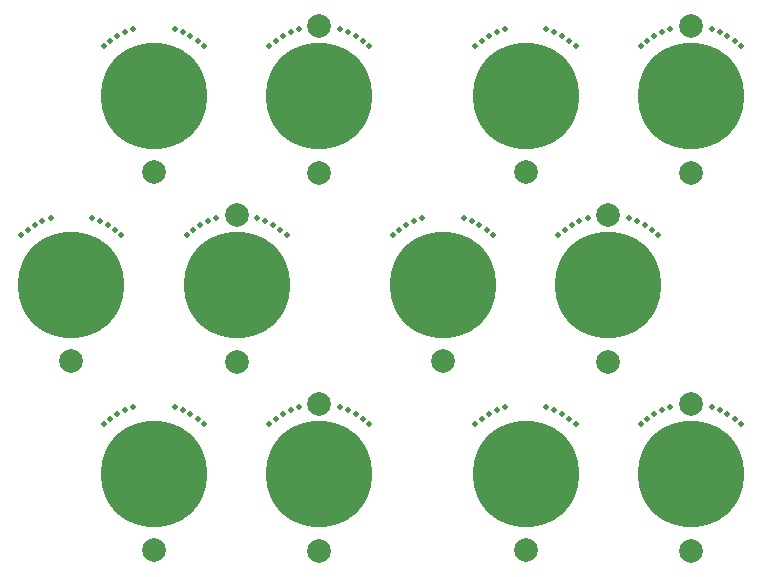
<source format=gbr>
%TF.GenerationSoftware,KiCad,Pcbnew,9.0.2*%
%TF.CreationDate,2025-08-05T01:23:02+01:00*%
%TF.ProjectId,led_jewellery,6c65645f-6a65-4776-956c-6c6572792e6b,rev?*%
%TF.SameCoordinates,Original*%
%TF.FileFunction,Soldermask,Bot*%
%TF.FilePolarity,Negative*%
%FSLAX46Y46*%
G04 Gerber Fmt 4.6, Leading zero omitted, Abs format (unit mm)*
G04 Created by KiCad (PCBNEW 9.0.2) date 2025-08-05 01:23:02*
%MOMM*%
%LPD*%
G01*
G04 APERTURE LIST*
%ADD10C,0.500000*%
%ADD11C,9.000000*%
%ADD12C,2.000000*%
G04 APERTURE END LIST*
D10*
%TO.C,REF\u002A\u002A*%
X125907568Y-76755458D03*
X126557375Y-76417190D03*
X125303828Y-77170397D03*
X127243565Y-76160634D03*
X124755157Y-77655821D03*
%TD*%
%TO.C,REF\u002A\u002A*%
X100624461Y-76755488D03*
X101228200Y-77170426D03*
X99974653Y-76417219D03*
X101776872Y-77655850D03*
X99288463Y-76160664D03*
%TD*%
%TO.C,REF\u002A\u002A*%
X146088025Y-76755459D03*
X146691764Y-77170397D03*
X145438217Y-76417190D03*
X147240436Y-77655821D03*
X144752027Y-76160635D03*
%TD*%
%TO.C,REF\u002A\u002A*%
X132907188Y-92755761D03*
X133556995Y-92417493D03*
X132303448Y-93170700D03*
X134243185Y-92160937D03*
X131754777Y-93656124D03*
%TD*%
%TO.C,REF\u002A\u002A*%
X107624419Y-92755829D03*
X108228158Y-93170767D03*
X106974611Y-92417560D03*
X108776830Y-93656191D03*
X106288421Y-92161005D03*
%TD*%
%TO.C,REF\u002A\u002A*%
X139907230Y-108755420D03*
X140557037Y-108417152D03*
X139303490Y-109170359D03*
X141243227Y-108160596D03*
X138754819Y-109655783D03*
%TD*%
%TO.C,REF\u002A\u002A*%
X114624461Y-76755488D03*
X115228200Y-77170426D03*
X113974653Y-76417219D03*
X115776872Y-77655850D03*
X113288463Y-76160664D03*
%TD*%
%TO.C,REF\u002A\u002A*%
X125087983Y-92755800D03*
X125691722Y-93170738D03*
X124438175Y-92417531D03*
X126240394Y-93656162D03*
X123751985Y-92160976D03*
%TD*%
%TO.C,REF\u002A\u002A*%
X94444004Y-76755487D03*
X95093811Y-76417219D03*
X93840264Y-77170426D03*
X95780001Y-76160663D03*
X93291593Y-77655850D03*
%TD*%
%TO.C,REF\u002A\u002A*%
X132088025Y-108755459D03*
X132691764Y-109170397D03*
X131438217Y-108417190D03*
X133240436Y-109655821D03*
X130752027Y-108160635D03*
%TD*%
%TO.C,REF\u002A\u002A*%
X100624461Y-108755488D03*
X101228200Y-109170426D03*
X99974653Y-108417219D03*
X101776872Y-109655850D03*
X99288463Y-108160664D03*
%TD*%
%TO.C,REF\u002A\u002A*%
X125907568Y-108755458D03*
X126557375Y-108417190D03*
X125303828Y-109170397D03*
X127243565Y-108160634D03*
X124755157Y-109655821D03*
%TD*%
%TO.C,REF\u002A\u002A*%
X139087983Y-92755800D03*
X139691722Y-93170738D03*
X138438175Y-92417531D03*
X140240394Y-93656162D03*
X137751985Y-92160976D03*
%TD*%
%TO.C,REF\u002A\u002A*%
X94444004Y-108755487D03*
X95093811Y-108417219D03*
X93840264Y-109170426D03*
X95780001Y-108160663D03*
X93291593Y-109655850D03*
%TD*%
%TO.C,REF\u002A\u002A*%
X101443624Y-92755790D03*
X102093431Y-92417522D03*
X100839884Y-93170729D03*
X102779621Y-92160966D03*
X100291213Y-93656153D03*
%TD*%
%TO.C,REF\u002A\u002A*%
X118907526Y-92755799D03*
X119557333Y-92417531D03*
X118303786Y-93170738D03*
X120243523Y-92160975D03*
X117755115Y-93656162D03*
%TD*%
%TO.C,REF\u002A\u002A*%
X108443666Y-108755449D03*
X109093473Y-108417181D03*
X107839926Y-109170388D03*
X109779663Y-108160625D03*
X107291255Y-109655812D03*
%TD*%
%TO.C,REF\u002A\u002A*%
X132088025Y-76755459D03*
X132691764Y-77170397D03*
X131438217Y-76417190D03*
X133240436Y-77655821D03*
X130752027Y-76160635D03*
%TD*%
%TO.C,REF\u002A\u002A*%
X87443962Y-92755828D03*
X88093769Y-92417560D03*
X86840222Y-93170767D03*
X88779959Y-92161004D03*
X86291551Y-93656191D03*
%TD*%
%TO.C,REF\u002A\u002A*%
X108443666Y-76755449D03*
X109093473Y-76417181D03*
X107839926Y-77170388D03*
X109779663Y-76160625D03*
X107291255Y-77655812D03*
%TD*%
%TO.C,REF\u002A\u002A*%
X114624461Y-108755488D03*
X115228200Y-109170426D03*
X113974653Y-108417219D03*
X115776872Y-109655850D03*
X113288463Y-108160664D03*
%TD*%
%TO.C,REF\u002A\u002A*%
X139907230Y-76755420D03*
X140557037Y-76417152D03*
X139303490Y-77170359D03*
X141243227Y-76160596D03*
X138754819Y-77655783D03*
%TD*%
%TO.C,REF\u002A\u002A*%
X146088025Y-108755459D03*
X146691764Y-109170397D03*
X145438217Y-108417190D03*
X147240436Y-109655821D03*
X144752027Y-108160635D03*
%TD*%
%TO.C,REF\u002A\u002A*%
X93624419Y-92755829D03*
X94228158Y-93170767D03*
X92974611Y-92417560D03*
X94776830Y-93656191D03*
X92288421Y-92161005D03*
%TD*%
D11*
%TO.C,J2*%
X128997796Y-113898462D03*
%TD*%
%TO.C,J2*%
X121997754Y-97898803D03*
%TD*%
%TO.C,J1*%
X111533913Y-81898432D03*
%TD*%
%TO.C,J1*%
X142997477Y-113898403D03*
%TD*%
%TO.C,J2*%
X90534190Y-97898832D03*
%TD*%
%TO.C,J1*%
X135997435Y-97898744D03*
%TD*%
%TO.C,J2*%
X97534232Y-81898491D03*
%TD*%
%TO.C,J2*%
X97534232Y-113898491D03*
%TD*%
%TO.C,J1*%
X111533913Y-113898432D03*
%TD*%
%TO.C,J2*%
X128997796Y-81898462D03*
%TD*%
%TO.C,J1*%
X104533871Y-97898773D03*
%TD*%
%TO.C,J1*%
X142997477Y-81898403D03*
%TD*%
D12*
X142997478Y-88422403D03*
X90534190Y-104325832D03*
X111533914Y-120422432D03*
X128997796Y-88325462D03*
X111533914Y-88422432D03*
X135997436Y-104422744D03*
X104533872Y-104422773D03*
X97534232Y-88325491D03*
X97534232Y-120325491D03*
X128997796Y-120325462D03*
X121997754Y-104325803D03*
X142997478Y-120422403D03*
X142997478Y-107898403D03*
X111533914Y-107898432D03*
X111533914Y-75898432D03*
X135997436Y-91898744D03*
X104533872Y-91898773D03*
X142997478Y-75898403D03*
M02*

</source>
